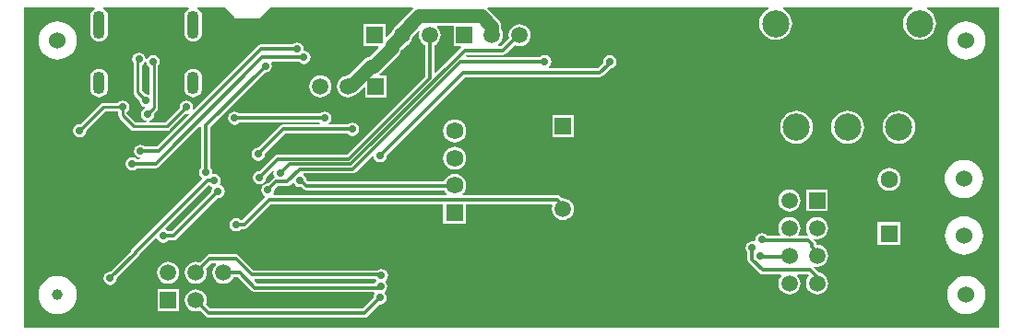
<source format=gbl>
G04*
G04 #@! TF.GenerationSoftware,Altium Limited,Altium Designer,20.1.10 (176)*
G04*
G04 Layer_Physical_Order=2*
G04 Layer_Color=16711680*
%FSLAX25Y25*%
%MOIN*%
G70*
G04*
G04 #@! TF.SameCoordinates,4904768C-9D57-489E-94B9-A5ABCCC02516*
G04*
G04*
G04 #@! TF.FilePolarity,Positive*
G04*
G01*
G75*
%ADD13C,0.01000*%
%ADD64C,0.06299*%
%ADD65R,0.06299X0.06299*%
G04:AMPARAMS|DCode=69|XSize=43.31mil|YSize=102.36mil|CornerRadius=21.65mil|HoleSize=0mil|Usage=FLASHONLY|Rotation=180.000|XOffset=0mil|YOffset=0mil|HoleType=Round|Shape=RoundedRectangle|*
%AMROUNDEDRECTD69*
21,1,0.04331,0.05906,0,0,180.0*
21,1,0.00000,0.10236,0,0,180.0*
1,1,0.04331,0.00000,0.02953*
1,1,0.04331,0.00000,0.02953*
1,1,0.04331,0.00000,-0.02953*
1,1,0.04331,0.00000,-0.02953*
%
%ADD69ROUNDEDRECTD69*%
G04:AMPARAMS|DCode=70|XSize=43.31mil|YSize=82.68mil|CornerRadius=21.65mil|HoleSize=0mil|Usage=FLASHONLY|Rotation=180.000|XOffset=0mil|YOffset=0mil|HoleType=Round|Shape=RoundedRectangle|*
%AMROUNDEDRECTD70*
21,1,0.04331,0.03937,0,0,180.0*
21,1,0.00000,0.08268,0,0,180.0*
1,1,0.04331,0.00000,0.01968*
1,1,0.04331,0.00000,0.01968*
1,1,0.04331,0.00000,-0.01968*
1,1,0.04331,0.00000,-0.01968*
%
%ADD70ROUNDEDRECTD70*%
%ADD73C,0.01200*%
%ADD77C,0.05000*%
%ADD78C,0.09843*%
%ADD79C,0.05906*%
%ADD80R,0.05906X0.05906*%
%ADD81R,0.05906X0.05906*%
%ADD82R,0.06260X0.06260*%
%ADD83C,0.06260*%
%ADD84C,0.06000*%
%ADD85C,0.03937*%
%ADD86C,0.02756*%
G36*
X77035Y113452D02*
X77366Y113231D01*
X77756Y113154D01*
X85630D01*
X86020Y113231D01*
X86351Y113452D01*
X89989Y117091D01*
X141226D01*
X141396Y116591D01*
X141211Y116449D01*
X135004Y110241D01*
X134443Y109510D01*
X134442Y109507D01*
X134047Y108993D01*
X133727Y108219D01*
X131953Y106445D01*
X131453Y106652D01*
Y110953D01*
X123547D01*
Y103047D01*
X128757D01*
X128948Y102585D01*
X125564Y99202D01*
X125205Y99154D01*
X124354Y98802D01*
X123623Y98241D01*
X118058Y92676D01*
X117539Y92608D01*
X116688Y92255D01*
X116630Y92211D01*
X116007Y91953D01*
X115181Y91319D01*
X114547Y90493D01*
X114149Y89532D01*
X114013Y88500D01*
X114149Y87468D01*
X114547Y86507D01*
X115181Y85681D01*
X116007Y85047D01*
X116968Y84649D01*
X118000Y84513D01*
X119032Y84649D01*
X119993Y85047D01*
X120643Y85546D01*
X120813Y85616D01*
X121544Y86177D01*
X123585Y88218D01*
X124047Y88027D01*
Y84547D01*
X131953D01*
Y92453D01*
X129381D01*
X129211Y92953D01*
X129596Y93248D01*
X136449Y100101D01*
X137010Y100832D01*
X137363Y101684D01*
X137391Y101899D01*
X138719Y103226D01*
X139493Y103547D01*
X140319Y104181D01*
X140953Y105007D01*
X141351Y105968D01*
X141447Y106700D01*
X143340Y108593D01*
X143764Y108309D01*
X143649Y108032D01*
X143513Y107000D01*
X143649Y105968D01*
X144047Y105007D01*
X144681Y104181D01*
X145507Y103547D01*
X145869Y103397D01*
Y92176D01*
X117524Y63831D01*
X92700D01*
X92076Y63707D01*
X91546Y63354D01*
X86098Y57905D01*
X86000Y57924D01*
X85072Y57740D01*
X84286Y57214D01*
X83760Y56428D01*
X83575Y55500D01*
X83760Y54572D01*
X84286Y53786D01*
X85072Y53260D01*
X86000Y53075D01*
X86928Y53260D01*
X87714Y53786D01*
X88240Y54572D01*
X88424Y55500D01*
X88405Y55598D01*
X90699Y57892D01*
X91160Y57646D01*
X91031Y57000D01*
X91216Y56072D01*
X91467Y55696D01*
X91398Y55529D01*
X90869Y55176D01*
X89098Y53405D01*
X89000Y53425D01*
X88072Y53240D01*
X87286Y52714D01*
X86760Y51928D01*
X86576Y51000D01*
X86760Y50072D01*
X87286Y49286D01*
X87876Y48891D01*
X87997Y48304D01*
X79824Y40131D01*
X79270D01*
X79214Y40214D01*
X78428Y40740D01*
X77500Y40925D01*
X76572Y40740D01*
X75786Y40214D01*
X75260Y39428D01*
X75076Y38500D01*
X75260Y37572D01*
X75786Y36786D01*
X76572Y36260D01*
X77500Y36075D01*
X78428Y36260D01*
X79214Y36786D01*
X79270Y36869D01*
X80500D01*
X81124Y36993D01*
X81653Y37347D01*
X90221Y45913D01*
X152370D01*
Y38685D01*
X160630D01*
Y45913D01*
X168774D01*
X169000Y45869D01*
X191676D01*
X191954Y45453D01*
X191818Y45126D01*
X191682Y44094D01*
X191818Y43063D01*
X192217Y42101D01*
X192850Y41275D01*
X193676Y40642D01*
X194637Y40244D01*
X195669Y40108D01*
X196701Y40244D01*
X197663Y40642D01*
X198488Y41275D01*
X199122Y42101D01*
X199520Y43063D01*
X199656Y44094D01*
X199520Y45126D01*
X199122Y46088D01*
X198488Y46914D01*
X197663Y47547D01*
X196701Y47945D01*
X195669Y48081D01*
X195229Y48023D01*
X194598Y48654D01*
X194069Y49007D01*
X193445Y49131D01*
X169181D01*
X168955Y49176D01*
X159525D01*
X159364Y49650D01*
X159446Y49712D01*
X160108Y50575D01*
X160524Y51579D01*
X160666Y52658D01*
X160524Y53736D01*
X160108Y54740D01*
X159446Y55603D01*
X158583Y56265D01*
X157578Y56681D01*
X156500Y56823D01*
X155422Y56681D01*
X154417Y56265D01*
X153554Y55603D01*
X152892Y54740D01*
X152640Y54131D01*
X103597D01*
X102955Y54773D01*
X102846Y55322D01*
X102320Y56109D01*
X101781Y56469D01*
X101933Y56969D01*
X119691D01*
X120316Y57093D01*
X120845Y57446D01*
X126621Y63223D01*
X127163Y63058D01*
X127260Y62572D01*
X127786Y61786D01*
X128572Y61260D01*
X129500Y61076D01*
X130428Y61260D01*
X131214Y61786D01*
X131740Y62572D01*
X131924Y63500D01*
X131905Y63598D01*
X160176Y91869D01*
X209000D01*
X209624Y91993D01*
X210154Y92347D01*
X212876Y95069D01*
X212938Y95163D01*
X213428Y95260D01*
X214214Y95786D01*
X214740Y96572D01*
X214925Y97500D01*
X214740Y98428D01*
X214214Y99214D01*
X213428Y99740D01*
X212500Y99924D01*
X211572Y99740D01*
X210786Y99214D01*
X210260Y98428D01*
X210075Y97500D01*
X210178Y96985D01*
X208324Y95131D01*
X190635D01*
X190484Y95631D01*
X190714Y95786D01*
X191240Y96572D01*
X191425Y97500D01*
X191240Y98428D01*
X190714Y99214D01*
X189928Y99740D01*
X189000Y99924D01*
X188072Y99740D01*
X187286Y99214D01*
X187230Y99131D01*
X160860D01*
X160636Y99631D01*
X160824Y99869D01*
X174000D01*
X174624Y99993D01*
X175154Y100347D01*
X178252Y103445D01*
X178968Y103149D01*
X180000Y103013D01*
X181032Y103149D01*
X181993Y103547D01*
X182819Y104181D01*
X183453Y105007D01*
X183851Y105968D01*
X183987Y107000D01*
X183851Y108032D01*
X183453Y108993D01*
X182819Y109819D01*
X181993Y110453D01*
X181032Y110851D01*
X180000Y110987D01*
X178968Y110851D01*
X178007Y110453D01*
X177181Y109819D01*
X176547Y108993D01*
X176149Y108032D01*
X176013Y107000D01*
X176149Y105968D01*
X176153Y105960D01*
X173324Y103131D01*
X172231D01*
X172222Y103146D01*
X172103Y103631D01*
X172819Y104181D01*
X173453Y105007D01*
X173851Y105968D01*
X173987Y107000D01*
X173851Y108032D01*
X173453Y108993D01*
X173357Y109118D01*
Y110173D01*
X173237Y111087D01*
X172884Y111938D01*
X172323Y112670D01*
X168544Y116449D01*
X168359Y116591D01*
X168528Y117091D01*
X269783Y117091D01*
X269908Y116591D01*
X269191Y116207D01*
X268289Y115467D01*
X267549Y114565D01*
X266999Y113537D01*
X266660Y112421D01*
X266546Y111260D01*
X266660Y110099D01*
X266999Y108983D01*
X267549Y107954D01*
X268289Y107053D01*
X269191Y106313D01*
X270219Y105763D01*
X271335Y105424D01*
X272496Y105310D01*
X273657Y105424D01*
X274773Y105763D01*
X275802Y106313D01*
X276703Y107053D01*
X277443Y107954D01*
X277993Y108983D01*
X278332Y110099D01*
X278446Y111260D01*
X278332Y112421D01*
X277993Y113537D01*
X277443Y114565D01*
X276703Y115467D01*
X275802Y116207D01*
X275084Y116591D01*
X275209Y117091D01*
X321791D01*
X321916Y116591D01*
X321198Y116207D01*
X320297Y115467D01*
X319557Y114565D01*
X319007Y113537D01*
X318668Y112421D01*
X318554Y111260D01*
X318668Y110099D01*
X319007Y108983D01*
X319557Y107954D01*
X320297Y107053D01*
X321198Y106313D01*
X322227Y105763D01*
X323343Y105424D01*
X324504Y105310D01*
X325665Y105424D01*
X326781Y105763D01*
X327810Y106313D01*
X328711Y107053D01*
X329451Y107954D01*
X330001Y108983D01*
X330340Y110099D01*
X330454Y111260D01*
X330340Y112421D01*
X330001Y113537D01*
X329451Y114565D01*
X328711Y115467D01*
X327810Y116207D01*
X327092Y116591D01*
X327217Y117091D01*
X353311D01*
Y1020D01*
X1020Y1020D01*
Y117091D01*
X26294D01*
X26396Y116592D01*
X25735Y116084D01*
X25227Y115423D01*
X24908Y114653D01*
X24800Y113827D01*
Y107921D01*
X24908Y107095D01*
X25227Y106325D01*
X25735Y105664D01*
X26396Y105156D01*
X27166Y104837D01*
X27992Y104729D01*
X28819Y104837D01*
X29588Y105156D01*
X30250Y105664D01*
X30757Y106325D01*
X31076Y107095D01*
X31185Y107921D01*
Y113827D01*
X31076Y114653D01*
X30757Y115423D01*
X30250Y116084D01*
X29588Y116592D01*
X29690Y117091D01*
X60310D01*
X60412Y116592D01*
X59750Y116084D01*
X59243Y115423D01*
X58924Y114653D01*
X58815Y113827D01*
Y107921D01*
X58924Y107095D01*
X59243Y106325D01*
X59750Y105664D01*
X60412Y105156D01*
X61182Y104837D01*
X62008Y104729D01*
X62834Y104837D01*
X63604Y105156D01*
X64265Y105664D01*
X64773Y106325D01*
X65092Y107095D01*
X65201Y107921D01*
Y113827D01*
X65092Y114653D01*
X64773Y115423D01*
X64265Y116084D01*
X63604Y116592D01*
X63706Y117091D01*
X73397D01*
X77035Y113452D01*
D02*
G37*
G36*
X156047Y103047D02*
X158599D01*
X158660Y102966D01*
X158786Y102547D01*
X149593Y93355D01*
X149131Y93546D01*
Y103397D01*
X149493Y103547D01*
X150319Y104181D01*
X150953Y105007D01*
X151351Y105968D01*
X151487Y107000D01*
X151351Y108032D01*
X150953Y108993D01*
X150319Y109819D01*
X150150Y109949D01*
X150311Y110423D01*
X156047D01*
Y103047D01*
D02*
G37*
G36*
X98412Y53398D02*
X98891Y52680D01*
X99678Y52154D01*
X100606Y51970D01*
X101055Y52059D01*
X101768Y51346D01*
X102297Y50993D01*
X102921Y50869D01*
X152771D01*
X152892Y50575D01*
X153554Y49712D01*
X153636Y49650D01*
X153475Y49176D01*
X91243D01*
X90975Y49676D01*
X91240Y50072D01*
X91425Y51000D01*
X91405Y51098D01*
X92698Y52391D01*
X96022D01*
X96646Y52515D01*
X97176Y52868D01*
X97884Y53577D01*
X98412Y53398D01*
D02*
G37*
%LPC*%
G36*
X341339Y112057D02*
X339985Y111924D01*
X338683Y111529D01*
X337484Y110888D01*
X336432Y110025D01*
X335569Y108973D01*
X334928Y107773D01*
X334533Y106472D01*
X334400Y105118D01*
X334533Y103764D01*
X334928Y102463D01*
X335569Y101263D01*
X336432Y100212D01*
X337484Y99349D01*
X338683Y98707D01*
X339985Y98312D01*
X341339Y98179D01*
X342692Y98312D01*
X343994Y98707D01*
X345194Y99349D01*
X346245Y100212D01*
X347108Y101263D01*
X347749Y102463D01*
X348144Y103764D01*
X348277Y105118D01*
X348144Y106472D01*
X347749Y107773D01*
X347108Y108973D01*
X346245Y110025D01*
X345194Y110888D01*
X343994Y111529D01*
X342692Y111924D01*
X341339Y112057D01*
D02*
G37*
G36*
X12992D02*
X11638Y111924D01*
X10337Y111529D01*
X9137Y110888D01*
X8086Y110025D01*
X7223Y108973D01*
X6581Y107773D01*
X6186Y106472D01*
X6053Y105118D01*
X6186Y103764D01*
X6581Y102463D01*
X7223Y101263D01*
X8086Y100212D01*
X9137Y99349D01*
X10337Y98707D01*
X11638Y98312D01*
X12992Y98179D01*
X14346Y98312D01*
X15647Y98707D01*
X16847Y99349D01*
X17899Y100212D01*
X18762Y101263D01*
X19403Y102463D01*
X19798Y103764D01*
X19931Y105118D01*
X19798Y106472D01*
X19403Y107773D01*
X18762Y108973D01*
X17899Y110025D01*
X16847Y110888D01*
X15647Y111529D01*
X14346Y111924D01*
X12992Y112057D01*
D02*
G37*
G36*
X62008Y94933D02*
X61182Y94824D01*
X60412Y94505D01*
X59750Y93998D01*
X59243Y93336D01*
X58924Y92567D01*
X58815Y91740D01*
Y87803D01*
X58924Y86977D01*
X59243Y86207D01*
X59750Y85546D01*
X60412Y85038D01*
X61182Y84719D01*
X62008Y84610D01*
X62834Y84719D01*
X63604Y85038D01*
X64265Y85546D01*
X64773Y86207D01*
X65092Y86977D01*
X65201Y87803D01*
Y91740D01*
X65092Y92567D01*
X64773Y93336D01*
X64265Y93998D01*
X63604Y94505D01*
X62834Y94824D01*
X62008Y94933D01*
D02*
G37*
G36*
X27992D02*
X27166Y94824D01*
X26396Y94505D01*
X25735Y93998D01*
X25227Y93336D01*
X24908Y92567D01*
X24800Y91740D01*
Y87803D01*
X24908Y86977D01*
X25227Y86207D01*
X25735Y85546D01*
X26396Y85038D01*
X27166Y84719D01*
X27992Y84610D01*
X28819Y84719D01*
X29588Y85038D01*
X30250Y85546D01*
X30757Y86207D01*
X31076Y86977D01*
X31185Y87803D01*
Y91740D01*
X31076Y92567D01*
X30757Y93336D01*
X30250Y93998D01*
X29588Y94505D01*
X28819Y94824D01*
X27992Y94933D01*
D02*
G37*
G36*
X108000Y92487D02*
X106968Y92351D01*
X106007Y91953D01*
X105181Y91319D01*
X104547Y90493D01*
X104149Y89532D01*
X104013Y88500D01*
X104149Y87468D01*
X104547Y86507D01*
X105181Y85681D01*
X106007Y85047D01*
X106968Y84649D01*
X108000Y84513D01*
X109032Y84649D01*
X109993Y85047D01*
X110819Y85681D01*
X111453Y86507D01*
X111851Y87468D01*
X111987Y88500D01*
X111851Y89532D01*
X111453Y90493D01*
X110819Y91319D01*
X109993Y91953D01*
X109032Y92351D01*
X108000Y92487D01*
D02*
G37*
G36*
X99500Y104425D02*
X98572Y104240D01*
X97786Y103714D01*
X97730Y103631D01*
X86500D01*
X85876Y103507D01*
X85347Y103154D01*
X62246Y80053D01*
X61785Y80299D01*
X61924Y81000D01*
X61740Y81928D01*
X61214Y82714D01*
X60428Y83240D01*
X59500Y83425D01*
X58572Y83240D01*
X57786Y82714D01*
X57260Y81928D01*
X57076Y81000D01*
X57119Y80782D01*
X51867Y75529D01*
X46172D01*
X46122Y76029D01*
X46512Y76107D01*
X47299Y76633D01*
X47825Y77419D01*
X48009Y78347D01*
X47926Y78765D01*
X48917Y79756D01*
X49249Y80252D01*
X49365Y80838D01*
Y96012D01*
X49740Y96572D01*
X49924Y97500D01*
X49740Y98428D01*
X49214Y99214D01*
X48428Y99740D01*
X47500Y99924D01*
X46572Y99740D01*
X45786Y99214D01*
X45313Y98507D01*
X44990Y98504D01*
X44792Y98559D01*
X44654Y99254D01*
X44129Y100041D01*
X43342Y100567D01*
X42414Y100751D01*
X41486Y100567D01*
X40700Y100041D01*
X40174Y99254D01*
X39990Y98327D01*
X40174Y97399D01*
X40471Y96955D01*
Y86294D01*
X40587Y85709D01*
X40919Y85212D01*
X42577Y83554D01*
X42533Y83336D01*
X42718Y82408D01*
X43244Y81622D01*
X44030Y81096D01*
X44439Y81015D01*
X44512Y80490D01*
X43870Y80061D01*
X43345Y79275D01*
X43160Y78347D01*
X43345Y77419D01*
X43870Y76633D01*
X44657Y76107D01*
X45047Y76029D01*
X44998Y75529D01*
X41133D01*
X38029Y78633D01*
Y79162D01*
X38214Y79286D01*
X38740Y80072D01*
X38925Y81000D01*
X38740Y81928D01*
X38214Y82714D01*
X37428Y83240D01*
X36500Y83425D01*
X35572Y83240D01*
X34786Y82714D01*
X34662Y82529D01*
X29500D01*
X28915Y82413D01*
X28419Y82081D01*
X21218Y74881D01*
X21000Y74924D01*
X20072Y74740D01*
X19286Y74214D01*
X18760Y73428D01*
X18575Y72500D01*
X18760Y71572D01*
X19286Y70786D01*
X20072Y70260D01*
X21000Y70076D01*
X21928Y70260D01*
X22714Y70786D01*
X23240Y71572D01*
X23425Y72500D01*
X23381Y72718D01*
X30134Y79471D01*
X34662D01*
X34786Y79286D01*
X34971Y79162D01*
Y78000D01*
X35087Y77415D01*
X35419Y76919D01*
X39419Y72919D01*
X39915Y72587D01*
X40500Y72471D01*
X52500D01*
X53085Y72587D01*
X53581Y72919D01*
X59282Y78619D01*
X59500Y78575D01*
X60201Y78715D01*
X60447Y78254D01*
X48824Y66631D01*
X44770D01*
X44714Y66714D01*
X43928Y67240D01*
X43000Y67424D01*
X42072Y67240D01*
X41286Y66714D01*
X40760Y65928D01*
X40576Y65000D01*
X40760Y64072D01*
X41286Y63286D01*
X42072Y62760D01*
X42719Y62631D01*
X42670Y62131D01*
X41770D01*
X41714Y62214D01*
X40928Y62740D01*
X40000Y62924D01*
X39072Y62740D01*
X38286Y62214D01*
X37760Y61428D01*
X37576Y60500D01*
X37760Y59572D01*
X38286Y58786D01*
X39072Y58260D01*
X40000Y58075D01*
X40928Y58260D01*
X41714Y58786D01*
X41770Y58869D01*
X48500D01*
X49124Y58993D01*
X49654Y59346D01*
X64388Y74081D01*
X64888Y73874D01*
Y59250D01*
X64805Y59195D01*
X64280Y58408D01*
X64095Y57480D01*
X64280Y56552D01*
X64805Y55766D01*
X65215Y55492D01*
X65264Y54994D01*
X39951Y29681D01*
X39597Y29151D01*
X39536Y28843D01*
X32098Y21405D01*
X32000Y21425D01*
X31072Y21240D01*
X30286Y20714D01*
X29760Y19928D01*
X29575Y19000D01*
X29760Y18072D01*
X30286Y17286D01*
X31072Y16760D01*
X32000Y16576D01*
X32928Y16760D01*
X33714Y17286D01*
X34240Y18072D01*
X34424Y19000D01*
X34405Y19098D01*
X42258Y26951D01*
X42611Y27480D01*
X42673Y27789D01*
X48423Y33538D01*
X48950Y33359D01*
X49430Y32641D01*
X50216Y32116D01*
X51144Y31931D01*
X52072Y32116D01*
X52859Y32641D01*
X52914Y32724D01*
X54856D01*
X55480Y32849D01*
X56009Y33202D01*
X70902Y48095D01*
X71000Y48076D01*
X71928Y48260D01*
X72714Y48786D01*
X73240Y49572D01*
X73425Y50500D01*
X73240Y51428D01*
X72714Y52214D01*
X71928Y52740D01*
X71712Y52783D01*
X71521Y53245D01*
X71740Y53572D01*
X71925Y54500D01*
X71740Y55428D01*
X71214Y56214D01*
X70428Y56740D01*
X69500Y56924D01*
X69248Y56874D01*
X68894Y57228D01*
X68944Y57480D01*
X68760Y58408D01*
X68234Y59195D01*
X68151Y59250D01*
Y73633D01*
X88008Y93489D01*
X88106Y93470D01*
X89034Y93654D01*
X89820Y94180D01*
X90346Y94966D01*
X90530Y95894D01*
X90346Y96822D01*
X90275Y96928D01*
X90511Y97369D01*
X100230D01*
X100286Y97286D01*
X101072Y96760D01*
X102000Y96575D01*
X102928Y96760D01*
X103714Y97286D01*
X104240Y98072D01*
X104425Y99000D01*
X104240Y99928D01*
X103714Y100714D01*
X102928Y101240D01*
X102308Y101363D01*
X101900Y101876D01*
X101925Y102000D01*
X101740Y102928D01*
X101214Y103714D01*
X100428Y104240D01*
X99500Y104425D01*
D02*
G37*
G36*
X109500Y79425D02*
X108572Y79240D01*
X107786Y78714D01*
X107730Y78631D01*
X78770D01*
X78714Y78714D01*
X77928Y79240D01*
X77000Y79425D01*
X76072Y79240D01*
X75286Y78714D01*
X74760Y77928D01*
X74576Y77000D01*
X74760Y76072D01*
X75286Y75286D01*
X76072Y74760D01*
X77000Y74576D01*
X77928Y74760D01*
X78714Y75286D01*
X78770Y75369D01*
X107614D01*
X107822Y75131D01*
X107602Y74631D01*
X94500D01*
X93876Y74507D01*
X93347Y74154D01*
X85598Y66405D01*
X85500Y66425D01*
X84572Y66240D01*
X83786Y65714D01*
X83260Y64928D01*
X83075Y64000D01*
X83260Y63072D01*
X83786Y62286D01*
X84572Y61760D01*
X85500Y61576D01*
X86428Y61760D01*
X87214Y62286D01*
X87740Y63072D01*
X87924Y64000D01*
X87905Y64098D01*
X95176Y71369D01*
X117730D01*
X117786Y71286D01*
X118572Y70760D01*
X119500Y70575D01*
X120428Y70760D01*
X121214Y71286D01*
X121740Y72072D01*
X121924Y73000D01*
X121740Y73928D01*
X121214Y74714D01*
X120428Y75240D01*
X119500Y75424D01*
X118572Y75240D01*
X117786Y74714D01*
X117730Y74631D01*
X111135D01*
X110984Y75131D01*
X111214Y75286D01*
X111740Y76072D01*
X111925Y77000D01*
X111740Y77928D01*
X111214Y78714D01*
X110428Y79240D01*
X109500Y79425D01*
D02*
G37*
G36*
X199622Y77969D02*
X191717D01*
Y70063D01*
X199622D01*
Y77969D01*
D02*
G37*
G36*
X156500Y76508D02*
X155422Y76366D01*
X154417Y75950D01*
X153554Y75288D01*
X152892Y74425D01*
X152476Y73421D01*
X152334Y72342D01*
X152476Y71264D01*
X152892Y70260D01*
X153554Y69397D01*
X154417Y68735D01*
X155422Y68319D01*
X156500Y68177D01*
X157578Y68319D01*
X158583Y68735D01*
X159446Y69397D01*
X160108Y70260D01*
X160524Y71264D01*
X160666Y72342D01*
X160524Y73421D01*
X160108Y74425D01*
X159446Y75288D01*
X158583Y75950D01*
X157578Y76366D01*
X156500Y76508D01*
D02*
G37*
G36*
X317004Y79690D02*
X315843Y79576D01*
X314727Y79237D01*
X313698Y78687D01*
X312797Y77947D01*
X312057Y77046D01*
X311507Y76017D01*
X311168Y74901D01*
X311054Y73740D01*
X311168Y72579D01*
X311507Y71463D01*
X312057Y70435D01*
X312797Y69533D01*
X313698Y68793D01*
X314727Y68243D01*
X315843Y67905D01*
X317004Y67790D01*
X318165Y67905D01*
X319281Y68243D01*
X320309Y68793D01*
X321211Y69533D01*
X321951Y70435D01*
X322501Y71463D01*
X322839Y72579D01*
X322954Y73740D01*
X322839Y74901D01*
X322501Y76017D01*
X321951Y77046D01*
X321211Y77947D01*
X320309Y78687D01*
X319281Y79237D01*
X318165Y79576D01*
X317004Y79690D01*
D02*
G37*
G36*
X298500D02*
X297339Y79576D01*
X296223Y79237D01*
X295194Y78687D01*
X294293Y77947D01*
X293553Y77046D01*
X293003Y76017D01*
X292664Y74901D01*
X292550Y73740D01*
X292664Y72579D01*
X293003Y71463D01*
X293553Y70435D01*
X294293Y69533D01*
X295194Y68793D01*
X296223Y68243D01*
X297339Y67905D01*
X298500Y67790D01*
X299661Y67905D01*
X300777Y68243D01*
X301806Y68793D01*
X302707Y69533D01*
X303447Y70435D01*
X303997Y71463D01*
X304336Y72579D01*
X304450Y73740D01*
X304336Y74901D01*
X303997Y76017D01*
X303447Y77046D01*
X302707Y77947D01*
X301806Y78687D01*
X300777Y79237D01*
X299661Y79576D01*
X298500Y79690D01*
D02*
G37*
G36*
X279996D02*
X278835Y79576D01*
X277719Y79237D01*
X276691Y78687D01*
X275789Y77947D01*
X275049Y77046D01*
X274499Y76017D01*
X274161Y74901D01*
X274046Y73740D01*
X274161Y72579D01*
X274499Y71463D01*
X275049Y70435D01*
X275789Y69533D01*
X276691Y68793D01*
X277719Y68243D01*
X278835Y67905D01*
X279996Y67790D01*
X281157Y67905D01*
X282273Y68243D01*
X283302Y68793D01*
X284203Y69533D01*
X284943Y70435D01*
X285493Y71463D01*
X285832Y72579D01*
X285946Y73740D01*
X285832Y74901D01*
X285493Y76017D01*
X284943Y77046D01*
X284203Y77947D01*
X283302Y78687D01*
X282273Y79237D01*
X281157Y79576D01*
X279996Y79690D01*
D02*
G37*
G36*
X156500Y66666D02*
X155422Y66524D01*
X154417Y66107D01*
X153554Y65446D01*
X152892Y64583D01*
X152476Y63578D01*
X152334Y62500D01*
X152476Y61422D01*
X152892Y60417D01*
X153554Y59554D01*
X154417Y58893D01*
X155422Y58476D01*
X156500Y58334D01*
X157578Y58476D01*
X158583Y58893D01*
X159446Y59554D01*
X160108Y60417D01*
X160524Y61422D01*
X160666Y62500D01*
X160524Y63578D01*
X160108Y64583D01*
X159446Y65446D01*
X158583Y66107D01*
X157578Y66524D01*
X156500Y66666D01*
D02*
G37*
G36*
X313500Y59028D02*
X312417Y58885D01*
X311407Y58467D01*
X310541Y57802D01*
X309875Y56935D01*
X309457Y55926D01*
X309315Y54843D01*
X309457Y53759D01*
X309875Y52750D01*
X310541Y51883D01*
X311407Y51218D01*
X312417Y50800D01*
X313500Y50657D01*
X314583Y50800D01*
X315593Y51218D01*
X316459Y51883D01*
X317125Y52750D01*
X317543Y53759D01*
X317685Y54843D01*
X317543Y55926D01*
X317125Y56935D01*
X316459Y57802D01*
X315593Y58467D01*
X314583Y58885D01*
X313500Y59028D01*
D02*
G37*
G36*
X340500Y61939D02*
X339146Y61806D01*
X337845Y61411D01*
X336645Y60769D01*
X335593Y59907D01*
X334731Y58855D01*
X334089Y57655D01*
X333694Y56354D01*
X333561Y55000D01*
X333694Y53646D01*
X334089Y52345D01*
X334731Y51145D01*
X335593Y50093D01*
X336645Y49231D01*
X337845Y48589D01*
X339146Y48194D01*
X340500Y48061D01*
X341854Y48194D01*
X343155Y48589D01*
X344355Y49231D01*
X345407Y50093D01*
X346269Y51145D01*
X346911Y52345D01*
X347306Y53646D01*
X347439Y55000D01*
X347306Y56354D01*
X346911Y57655D01*
X346269Y58855D01*
X345407Y59907D01*
X344355Y60769D01*
X343155Y61411D01*
X341854Y61806D01*
X340500Y61939D01*
D02*
G37*
G36*
X291354Y51197D02*
X283449D01*
Y43291D01*
X291354D01*
Y51197D01*
D02*
G37*
G36*
X277402Y51231D02*
X276370Y51095D01*
X275408Y50697D01*
X274582Y50063D01*
X273949Y49237D01*
X273551Y48276D01*
X273415Y47244D01*
X273551Y46212D01*
X273949Y45251D01*
X274582Y44425D01*
X275408Y43791D01*
X276370Y43393D01*
X277402Y43257D01*
X278433Y43393D01*
X279395Y43791D01*
X280221Y44425D01*
X280854Y45251D01*
X281253Y46212D01*
X281388Y47244D01*
X281253Y48276D01*
X280854Y49237D01*
X280221Y50063D01*
X279395Y50697D01*
X278433Y51095D01*
X277402Y51231D01*
D02*
G37*
G36*
X287402Y41231D02*
X286370Y41095D01*
X285408Y40697D01*
X284582Y40063D01*
X283949Y39237D01*
X283551Y38276D01*
X283415Y37244D01*
X283551Y36212D01*
X283949Y35251D01*
X284286Y34811D01*
X284266Y34698D01*
X284031Y34323D01*
X280772D01*
X280526Y34823D01*
X280854Y35251D01*
X281253Y36212D01*
X281388Y37244D01*
X281253Y38276D01*
X280854Y39237D01*
X280221Y40063D01*
X279395Y40697D01*
X278433Y41095D01*
X277402Y41231D01*
X276370Y41095D01*
X275408Y40697D01*
X274582Y40063D01*
X273949Y39237D01*
X273551Y38276D01*
X273415Y37244D01*
X273551Y36212D01*
X273949Y35251D01*
X274277Y34823D01*
X274031Y34323D01*
X269476D01*
X269214Y34714D01*
X268428Y35240D01*
X267500Y35425D01*
X266572Y35240D01*
X265786Y34714D01*
X265260Y33928D01*
X265075Y33000D01*
X265141Y32669D01*
X265123Y32632D01*
X264708Y32284D01*
X264000Y32425D01*
X263072Y32240D01*
X262286Y31714D01*
X261760Y30928D01*
X261576Y30000D01*
X261760Y29072D01*
X262286Y28286D01*
X262369Y28230D01*
Y25789D01*
X262493Y25164D01*
X262846Y24635D01*
X266635Y20846D01*
X267164Y20493D01*
X267789Y20369D01*
X274188D01*
X274433Y19869D01*
X273949Y19238D01*
X273551Y18276D01*
X273415Y17244D01*
X273551Y16212D01*
X273949Y15251D01*
X274582Y14425D01*
X275408Y13791D01*
X276370Y13393D01*
X277402Y13257D01*
X278433Y13393D01*
X279395Y13791D01*
X280221Y14425D01*
X280854Y15251D01*
X281253Y16212D01*
X281388Y17244D01*
X281253Y18276D01*
X280854Y19238D01*
X280370Y19869D01*
X280616Y20369D01*
X284214D01*
X284555Y20028D01*
X283949Y19238D01*
X283551Y18276D01*
X283415Y17244D01*
X283551Y16212D01*
X283949Y15251D01*
X284582Y14425D01*
X285408Y13791D01*
X286370Y13393D01*
X287402Y13257D01*
X288433Y13393D01*
X289395Y13791D01*
X290221Y14425D01*
X290854Y15251D01*
X290893Y15343D01*
X290898Y15347D01*
X291251Y15876D01*
X291375Y16500D01*
X291324Y16757D01*
X291388Y17244D01*
X291253Y18276D01*
X290854Y19238D01*
X290221Y20063D01*
X289395Y20697D01*
X288433Y21095D01*
X288052Y21145D01*
X286293Y22904D01*
X286532Y23372D01*
X287402Y23257D01*
X288433Y23393D01*
X289395Y23791D01*
X290221Y24425D01*
X290854Y25251D01*
X291253Y26212D01*
X291388Y27244D01*
X291253Y28276D01*
X290854Y29237D01*
X290221Y30063D01*
X289395Y30697D01*
X288433Y31095D01*
X287402Y31231D01*
X287313Y31219D01*
X287224Y31297D01*
X287100Y31921D01*
X286747Y32450D01*
X286293Y32904D01*
X286532Y33372D01*
X287402Y33257D01*
X288433Y33393D01*
X289395Y33791D01*
X290221Y34425D01*
X290854Y35251D01*
X291253Y36212D01*
X291388Y37244D01*
X291253Y38276D01*
X290854Y39237D01*
X290221Y40063D01*
X289395Y40697D01*
X288433Y41095D01*
X287402Y41231D01*
D02*
G37*
G36*
X317650Y39307D02*
X309350D01*
Y31008D01*
X317650D01*
Y39307D01*
D02*
G37*
G36*
X340551Y41439D02*
X339197Y41306D01*
X337896Y40911D01*
X336696Y40270D01*
X335645Y39407D01*
X334782Y38355D01*
X334140Y37155D01*
X333746Y35854D01*
X333612Y34500D01*
X333746Y33146D01*
X334140Y31845D01*
X334782Y30645D01*
X335645Y29593D01*
X336696Y28730D01*
X337896Y28089D01*
X339197Y27694D01*
X340551Y27561D01*
X341905Y27694D01*
X343207Y28089D01*
X344406Y28730D01*
X345458Y29593D01*
X346321Y30645D01*
X346962Y31845D01*
X347357Y33146D01*
X347490Y34500D01*
X347357Y35854D01*
X346962Y37155D01*
X346321Y38355D01*
X345458Y39407D01*
X344406Y40270D01*
X343207Y40911D01*
X341905Y41306D01*
X340551Y41439D01*
D02*
G37*
G36*
X77500Y27631D02*
X68000D01*
X67376Y27507D01*
X66847Y27154D01*
X64394Y24701D01*
X64032Y24851D01*
X63000Y24987D01*
X61968Y24851D01*
X61007Y24453D01*
X60181Y23819D01*
X59547Y22993D01*
X59149Y22032D01*
X59013Y21000D01*
X59149Y19968D01*
X59547Y19007D01*
X60181Y18181D01*
X61007Y17547D01*
X61968Y17149D01*
X63000Y17013D01*
X64032Y17149D01*
X64993Y17547D01*
X65819Y18181D01*
X66453Y19007D01*
X66851Y19968D01*
X66987Y21000D01*
X66851Y22032D01*
X66701Y22394D01*
X68676Y24369D01*
X70119D01*
X70280Y23895D01*
X70181Y23819D01*
X69547Y22993D01*
X69149Y22032D01*
X69013Y21000D01*
X69149Y19968D01*
X69547Y19007D01*
X70181Y18181D01*
X71007Y17547D01*
X71968Y17149D01*
X73000Y17013D01*
X74032Y17149D01*
X74993Y17547D01*
X75819Y18181D01*
X76453Y19007D01*
X76603Y19369D01*
X78279D01*
X83188Y14459D01*
X83717Y14106D01*
X84341Y13982D01*
X127363D01*
X127630Y13482D01*
X127260Y12928D01*
X127076Y12000D01*
X127095Y11902D01*
X123272Y8079D01*
X68229D01*
X66701Y9606D01*
X66851Y9968D01*
X66987Y11000D01*
X66851Y12032D01*
X66453Y12993D01*
X65819Y13819D01*
X64993Y14453D01*
X64032Y14851D01*
X63000Y14987D01*
X61968Y14851D01*
X61007Y14453D01*
X60181Y13819D01*
X59547Y12993D01*
X59149Y12032D01*
X59013Y11000D01*
X59149Y9968D01*
X59547Y9007D01*
X60181Y8181D01*
X61007Y7547D01*
X61968Y7149D01*
X63000Y7013D01*
X64032Y7149D01*
X64394Y7299D01*
X66399Y5294D01*
X66928Y4940D01*
X67553Y4816D01*
X123947D01*
X124572Y4940D01*
X125101Y5294D01*
X129402Y9595D01*
X129500Y9576D01*
X130428Y9760D01*
X131214Y10286D01*
X131740Y11072D01*
X131924Y12000D01*
X131740Y12928D01*
X131294Y13596D01*
X131302Y14203D01*
X131426Y14286D01*
X131951Y15072D01*
X132136Y16000D01*
X131951Y16928D01*
X131426Y17714D01*
Y18093D01*
X131714Y18286D01*
X132240Y19072D01*
X132424Y20000D01*
X132240Y20928D01*
X131714Y21714D01*
X130928Y22240D01*
X130000Y22424D01*
X129072Y22240D01*
X128622Y21939D01*
X83868D01*
X78654Y27154D01*
X78124Y27507D01*
X77500Y27631D01*
D02*
G37*
G36*
X53000Y24987D02*
X51968Y24851D01*
X51007Y24453D01*
X50181Y23819D01*
X49547Y22993D01*
X49149Y22032D01*
X49013Y21000D01*
X49149Y19968D01*
X49547Y19007D01*
X50181Y18181D01*
X51007Y17547D01*
X51968Y17149D01*
X53000Y17013D01*
X54032Y17149D01*
X54993Y17547D01*
X55819Y18181D01*
X56453Y19007D01*
X56851Y19968D01*
X56987Y21000D01*
X56851Y22032D01*
X56453Y22993D01*
X55819Y23819D01*
X54993Y24453D01*
X54032Y24851D01*
X53000Y24987D01*
D02*
G37*
G36*
X56953Y14953D02*
X49047D01*
Y7047D01*
X56953D01*
Y14953D01*
D02*
G37*
G36*
X341339Y19931D02*
X339985Y19798D01*
X338683Y19403D01*
X337484Y18762D01*
X336432Y17899D01*
X335569Y16847D01*
X334928Y15647D01*
X334533Y14346D01*
X334400Y12992D01*
X334533Y11638D01*
X334928Y10337D01*
X335569Y9137D01*
X336432Y8086D01*
X337484Y7223D01*
X338683Y6581D01*
X339985Y6186D01*
X341339Y6053D01*
X342692Y6186D01*
X343994Y6581D01*
X345194Y7223D01*
X346245Y8086D01*
X347108Y9137D01*
X347749Y10337D01*
X348144Y11638D01*
X348277Y12992D01*
X348144Y14346D01*
X347749Y15647D01*
X347108Y16847D01*
X346245Y17899D01*
X345194Y18762D01*
X343994Y19403D01*
X342692Y19798D01*
X341339Y19931D01*
D02*
G37*
G36*
X12992D02*
X11638Y19798D01*
X10337Y19403D01*
X9137Y18762D01*
X8086Y17899D01*
X7223Y16847D01*
X6581Y15647D01*
X6186Y14346D01*
X6053Y12992D01*
X6186Y11638D01*
X6581Y10337D01*
X7223Y9137D01*
X8086Y8086D01*
X9137Y7223D01*
X10337Y6581D01*
X11638Y6186D01*
X12992Y6053D01*
X14346Y6186D01*
X15647Y6581D01*
X16847Y7223D01*
X17899Y8086D01*
X18762Y9137D01*
X19403Y10337D01*
X19798Y11638D01*
X19931Y12992D01*
X19798Y14346D01*
X19403Y15647D01*
X18762Y16847D01*
X17899Y17899D01*
X16847Y18762D01*
X15647Y19403D01*
X14346Y19798D01*
X12992Y19931D01*
D02*
G37*
%LPD*%
G36*
X45122Y97267D02*
X45260Y96572D01*
X45786Y95786D01*
X46307Y95438D01*
Y85829D01*
X45807Y85592D01*
X44958Y85760D01*
X44740Y85717D01*
X43529Y86927D01*
Y96212D01*
X44129Y96612D01*
X44602Y97320D01*
X44924Y97323D01*
X45122Y97267D01*
D02*
G37*
G36*
X67786Y52786D02*
X68572Y52260D01*
X68787Y52217D01*
X68979Y51755D01*
X68760Y51428D01*
X68576Y50500D01*
X68595Y50402D01*
X54180Y35987D01*
X52914D01*
X52859Y36070D01*
X52141Y36550D01*
X51962Y37077D01*
X67680Y52796D01*
X67786Y52786D01*
D02*
G37*
G36*
X128286Y18286D02*
Y17907D01*
X127997Y17714D01*
X127683Y17244D01*
X85017D01*
X84047Y18215D01*
X84238Y18677D01*
X128024D01*
X128286Y18286D01*
D02*
G37*
D13*
X52500Y74000D02*
X59500Y81000D01*
X40500Y74000D02*
X52500D01*
X45585Y78347D02*
Y78586D01*
X29500Y81000D02*
X36500D01*
X21000Y72500D02*
X29500Y81000D01*
X36500Y78000D02*
Y81000D01*
Y78000D02*
X40500Y74000D01*
X45585Y78586D02*
X47836Y80838D01*
X42414Y97914D02*
Y98327D01*
X42000Y97500D02*
X42414Y97914D01*
X42000Y86294D02*
X44958Y83336D01*
X42000Y86294D02*
Y97500D01*
X47836Y80838D02*
Y97164D01*
X47500Y97500D02*
X47836Y97164D01*
D64*
X313500Y54843D02*
D03*
D65*
Y35157D02*
D03*
D69*
X27992Y110874D02*
D03*
X62008D02*
D03*
D70*
X27992Y89772D02*
D03*
X62008D02*
D03*
D73*
X129500Y63500D02*
X129500D01*
X159500Y93500D01*
X209000D01*
X54856Y34356D02*
X71000Y50500D01*
X51144Y34356D02*
X54856D01*
X160046Y101500D02*
X174000D01*
X177647Y105147D01*
X118946Y60400D02*
X160046Y101500D01*
X177647Y105147D02*
X177647D01*
X180000Y107500D01*
X87000Y99000D02*
X102000D01*
X43000Y65000D02*
X49500D01*
X48500Y60500D02*
X87000Y99000D01*
X49500Y65000D02*
X86500Y102000D01*
X40000Y60500D02*
X48500D01*
X68000Y26000D02*
X77500D01*
X83192Y20308D02*
X129692D01*
X77500Y26000D02*
X83192Y20308D01*
X77500Y38500D02*
X80500D01*
X89545Y47545D01*
X168955D01*
X212223Y96802D02*
X212302D01*
X211722Y96301D02*
X212223Y96802D01*
X211722Y96222D02*
Y96301D01*
X209000Y93500D02*
X211722Y96222D01*
X119691Y58600D02*
X158591Y97500D01*
X188828D01*
X118200Y62200D02*
X147500Y91500D01*
X100600Y58600D02*
X119691D01*
X147500Y91500D02*
Y107500D01*
X92700Y62200D02*
X118200D01*
X93456Y57000D02*
X96856Y60400D01*
X118946D01*
X66520Y74308D02*
X88106Y95894D01*
X66520Y57480D02*
Y74308D01*
X84341Y15613D02*
X130175D01*
X123947Y6447D02*
X129500Y12000D01*
X67553Y6447D02*
X123947D01*
X284890Y22000D02*
X288524Y18366D01*
X288122Y18122D02*
X289744Y16500D01*
X264000Y25789D02*
Y30000D01*
X277000Y26378D02*
X279622D01*
X267378Y26622D02*
X277402D01*
X267000Y27000D02*
X267378Y26622D01*
X267789Y22000D02*
X284890D01*
X264000Y25789D02*
X267789Y22000D01*
X267809Y32691D02*
X284198D01*
X267500Y33000D02*
X267809Y32691D01*
X284198D02*
X285593Y31297D01*
Y30326D02*
Y31297D01*
Y30326D02*
X287553Y28366D01*
X287151Y28122D02*
X288122D01*
X279622Y26378D02*
X279744Y26500D01*
X193445Y47500D02*
X196850Y44094D01*
X169000Y47500D02*
X193445D01*
X86000Y55500D02*
X92700Y62200D01*
X92022Y54022D02*
X96022D01*
X89000Y51000D02*
X92022Y54022D01*
X96022D02*
X100600Y58600D01*
X168955Y47545D02*
X169000Y47500D01*
X101027Y54394D02*
X102921Y52500D01*
X100606Y54394D02*
X101027D01*
X102921Y52500D02*
X156342D01*
X156500Y52658D01*
X94500Y73000D02*
X119500D01*
X85500Y64000D02*
X85500D01*
X94500Y73000D01*
X77000Y77000D02*
X109500D01*
X78954Y21000D02*
X84341Y15613D01*
X73000Y21000D02*
X78954D01*
X63000D02*
X68000Y26000D01*
X63000Y11000D02*
X67553Y6447D01*
X86500Y102000D02*
X99500D01*
X41104Y28527D02*
X67077Y54500D01*
X69719D01*
X41104Y28104D02*
Y28527D01*
X32000Y19000D02*
X41104Y28104D01*
D77*
X127100Y95744D02*
X133953Y102597D01*
X126119Y95744D02*
X127100D01*
X133953Y102597D02*
Y103453D01*
X119048Y88673D02*
X126119Y95744D01*
X118173Y88673D02*
X119048D01*
X118000Y88500D02*
X118173Y88673D01*
X137327Y106827D02*
Y107327D01*
X133953Y103453D02*
X137327Y106827D01*
X169827Y107673D02*
X170000Y107500D01*
X137500Y107745D02*
X143708Y113953D01*
X169827Y107673D02*
Y110173D01*
X143708Y113953D02*
X166047D01*
X169827Y110173D01*
X137327Y107327D02*
X137500Y107500D01*
Y107745D01*
X117582Y88327D02*
X118453Y89198D01*
D78*
X272496Y111260D02*
D03*
X279996Y73740D02*
D03*
X298500D02*
D03*
X317004D02*
D03*
X324504Y111260D02*
D03*
D79*
X277402Y17244D02*
D03*
X287402D02*
D03*
X277402Y27244D02*
D03*
X287402D02*
D03*
X277402Y37244D02*
D03*
X287402D02*
D03*
X277402Y47244D02*
D03*
X180000Y107000D02*
D03*
X170000D02*
D03*
X147500D02*
D03*
X137500D02*
D03*
X108000Y88500D02*
D03*
X118000D02*
D03*
X195669Y44094D02*
D03*
X73000Y21000D02*
D03*
Y11000D02*
D03*
X63000Y21000D02*
D03*
Y11000D02*
D03*
X53000Y21000D02*
D03*
D80*
X287402Y47244D02*
D03*
D81*
X160000Y107000D02*
D03*
X127500D02*
D03*
X128000Y88500D02*
D03*
X195669Y74016D02*
D03*
X53000Y11000D02*
D03*
D82*
X156500Y42815D02*
D03*
D83*
Y52658D02*
D03*
Y62500D02*
D03*
Y72342D02*
D03*
D84*
X12992Y105118D02*
D03*
X341339Y12992D02*
D03*
Y105118D02*
D03*
X340551Y34500D02*
D03*
X340500Y55000D02*
D03*
D85*
X12992Y12992D02*
D03*
D86*
X246000Y73000D02*
D03*
X228000Y84000D02*
D03*
X129500Y63500D02*
D03*
X103451Y23978D02*
D03*
X71000Y50500D02*
D03*
X47500Y97500D02*
D03*
X59500Y81000D02*
D03*
X36500D02*
D03*
X44958Y83336D02*
D03*
X42414Y98327D02*
D03*
X101000Y82000D02*
D03*
X54500Y61500D02*
D03*
X77500Y38500D02*
D03*
X189000Y97500D02*
D03*
X136500Y85500D02*
D03*
X110500Y102000D02*
D03*
X88106Y95894D02*
D03*
X35000Y13000D02*
D03*
X21000Y72500D02*
D03*
X234500Y98000D02*
D03*
X244500Y54000D02*
D03*
X66520Y57480D02*
D03*
X129500Y12000D02*
D03*
X130000Y20000D02*
D03*
X129711Y16000D02*
D03*
X264000Y30000D02*
D03*
X267000Y27000D02*
D03*
X267500Y33000D02*
D03*
X212500Y97500D02*
D03*
X86000Y55500D02*
D03*
X89000Y51000D02*
D03*
X100606Y54394D02*
D03*
X93456Y57000D02*
D03*
X119500Y73000D02*
D03*
X77000Y77000D02*
D03*
X109500D02*
D03*
X85500Y64000D02*
D03*
X20500Y44000D02*
D03*
X33000Y52500D02*
D03*
X69500Y54500D02*
D03*
X51144Y34356D02*
D03*
X32000Y19000D02*
D03*
X102000Y99000D02*
D03*
X99500Y102000D02*
D03*
X40000Y60500D02*
D03*
X43000Y65000D02*
D03*
X45585Y78347D02*
D03*
M02*

</source>
